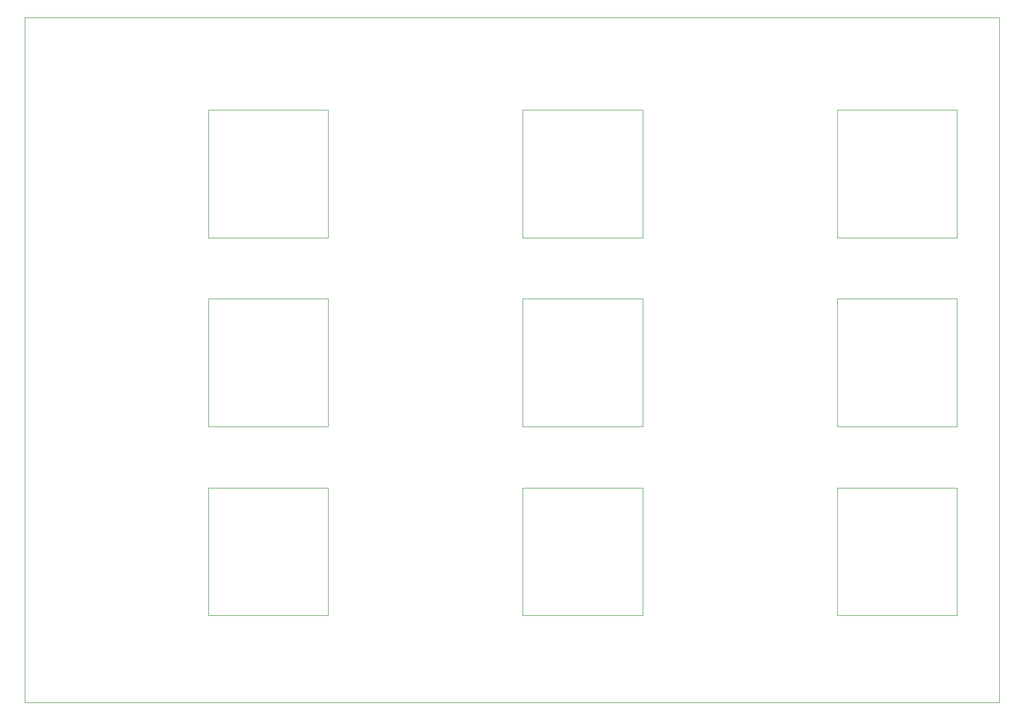
<source format=gbr>
%TF.GenerationSoftware,KiCad,Pcbnew,(5.1.8)-1*%
%TF.CreationDate,2021-02-10T13:28:33-06:00*%
%TF.ProjectId,PanelDrivers,50616e65-6c44-4726-9976-6572732e6b69,rev?*%
%TF.SameCoordinates,Original*%
%TF.FileFunction,Profile,NP*%
%FSLAX46Y46*%
G04 Gerber Fmt 4.6, Leading zero omitted, Abs format (unit mm)*
G04 Created by KiCad (PCBNEW (5.1.8)-1) date 2021-02-10 13:28:33*
%MOMM*%
%LPD*%
G01*
G04 APERTURE LIST*
%TA.AperFunction,Profile*%
%ADD10C,0.050000*%
%TD*%
G04 APERTURE END LIST*
D10*
X178376000Y-143157000D02*
X178376000Y-122202000D01*
X126776000Y-143157000D02*
X126776000Y-122202000D01*
X75176000Y-143157000D02*
X75176000Y-122202000D01*
X178376000Y-112157000D02*
X178376000Y-91202000D01*
X126776000Y-112157000D02*
X126776000Y-91202000D01*
X75176000Y-112157000D02*
X75176000Y-91202000D01*
X178376000Y-81157000D02*
X178376000Y-60202000D01*
X126776000Y-81157000D02*
X126776000Y-60202000D01*
X198061000Y-122202000D02*
X198061000Y-143157000D01*
X146461000Y-122202000D02*
X146461000Y-143157000D01*
X94861000Y-122202000D02*
X94861000Y-143157000D01*
X198061000Y-91202000D02*
X198061000Y-112157000D01*
X146461000Y-91202000D02*
X146461000Y-112157000D01*
X94861000Y-91202000D02*
X94861000Y-112157000D01*
X198061000Y-60202000D02*
X198061000Y-81157000D01*
X146461000Y-60202000D02*
X146461000Y-81157000D01*
X178376000Y-122202000D02*
X198061000Y-122202000D01*
X126776000Y-122202000D02*
X146461000Y-122202000D01*
X75176000Y-122202000D02*
X94861000Y-122202000D01*
X178376000Y-91202000D02*
X198061000Y-91202000D01*
X126776000Y-91202000D02*
X146461000Y-91202000D01*
X75176000Y-91202000D02*
X94861000Y-91202000D01*
X178376000Y-60202000D02*
X198061000Y-60202000D01*
X126776000Y-60202000D02*
X146461000Y-60202000D01*
X198061000Y-143157000D02*
X178376000Y-143157000D01*
X146461000Y-143157000D02*
X126776000Y-143157000D01*
X94861000Y-143157000D02*
X75176000Y-143157000D01*
X198061000Y-112157000D02*
X178376000Y-112157000D01*
X146461000Y-112157000D02*
X126776000Y-112157000D01*
X94861000Y-112157000D02*
X75176000Y-112157000D01*
X198061000Y-81157000D02*
X178376000Y-81157000D01*
X146461000Y-81157000D02*
X126776000Y-81157000D01*
X45000000Y-157500000D02*
X45000000Y-45000000D01*
X205000000Y-157500000D02*
X45000000Y-157500000D01*
X205000000Y-45000000D02*
X205000000Y-157500000D01*
X45000000Y-45000000D02*
X205000000Y-45000000D01*
X75176000Y-81157000D02*
X75176000Y-60202000D01*
X94861000Y-81157000D02*
X75176000Y-81157000D01*
X94861000Y-60202000D02*
X94861000Y-81157000D01*
X75176000Y-60202000D02*
X94861000Y-60202000D01*
M02*

</source>
